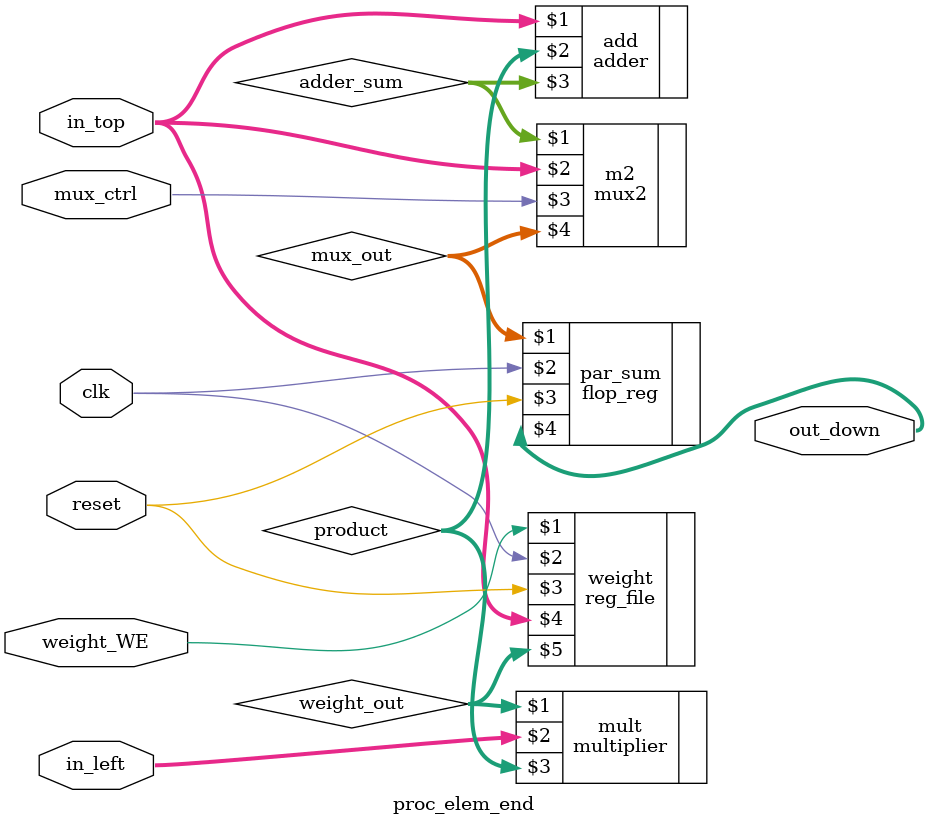
<source format=v>
module proc_elem_end(out_down, in_top, in_left, weight_WE, 
                     mux_ctrl, clk, reset);
//--------------------------
// PARAMETERS
parameter DATA_WIDTH = 16;
// INPUTS
input clk;
input reset;
input [DATA_WIDTH-1:0] in_top;
input [DATA_WIDTH-1:0] in_left;
input weight_WE;
input mux_ctrl;
//--------------------------
// OUTPUTS
output [DATA_WIDTH-1:0] out_down;
//--------------------------

// WIRES
wire [DATA_WIDTH-1:0] weight_out;
wire [DATA_WIDTH-1:0] product;
wire [DATA_WIDTH-1:0] adder_sum;
wire [DATA_WIDTH-1:0] mux_out;
//--------------------------
// REGISTERS
//--------------------------
// INSTANCES
reg_file weight(weight_WE, clk, reset, in_top, weight_out);
adder add(in_top, product, adder_sum);
multiplier mult(weight_out, in_left, product);
mux2 m2(adder_sum, in_top, mux_ctrl, mux_out);
flop_reg par_sum(mux_out, clk, reset, out_down);
//--------------------------


endmodule
</source>
